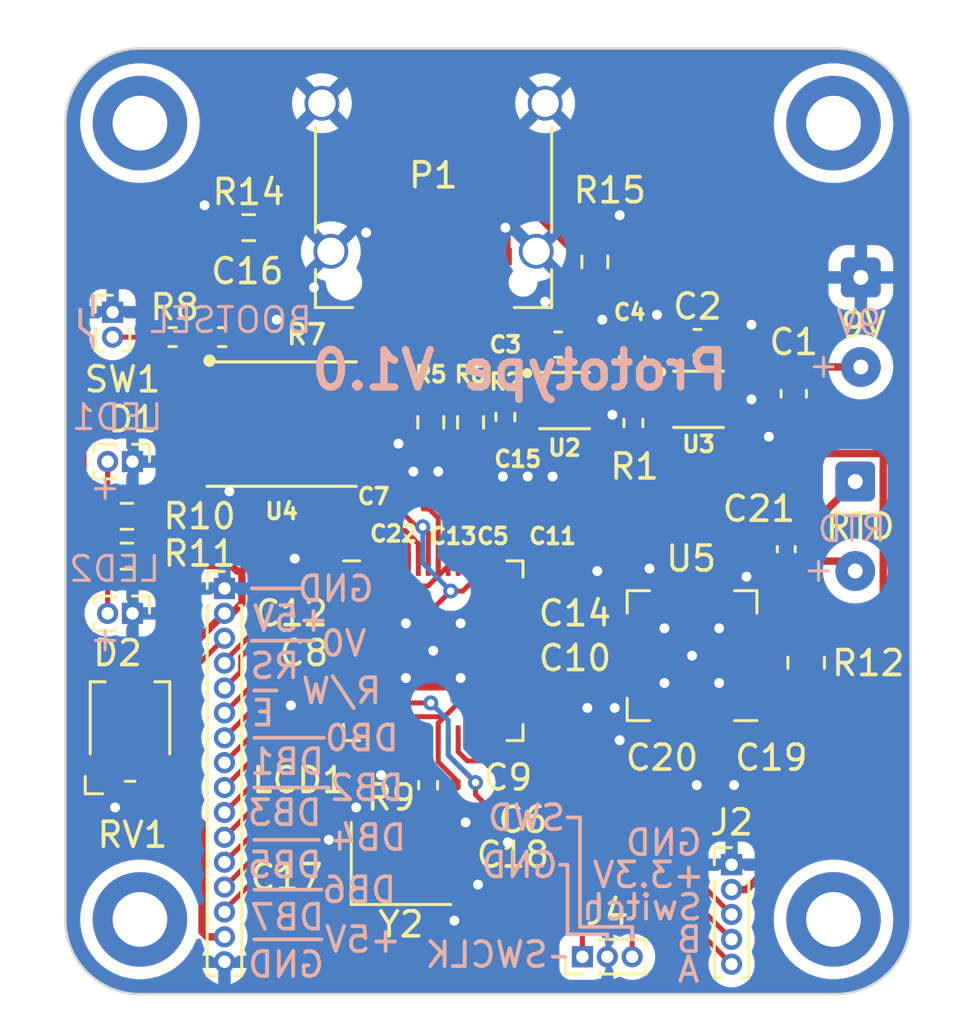
<source format=kicad_pcb>
(kicad_pcb (version 20221018) (generator pcbnew)
  (layers (0 "F.Cu" signal) (31 "B.Cu" signal) (34 "B.Paste" user) (35 "F.Paste" user) (36 "B.SilkS" user "B.Silkscreen") (37 "F.SilkS" user "F.Silkscreen") (38 "B.Mask" user) (39 "F.Mask" user) (44 "Edge.Cuts" user))
  (net 0 "")
  (net 1 "Net-(J1-Pin_2)")
  (net 2 "+3.3V")
  (net 3 "+5V")
  (net 4 "GND")
  (net 5 "Net-(D1-A)")
  (net 6 "Net-(D2-A)")
  (net 7 "Net-(U2-EN)")
  (net 8 "+1V1")
  (net 9 "QSPI_SS")
  (net 10 "Net-(R8-Pad2)")
  (net 11 "Net-(C18-Pad2)")
  (net 12 "XOUT")
  (net 13 "LED1")
  (net 14 "LED2")
  (net 15 "Net-(U5-BIAS)")
  (net 16 "Net-(U5-ISENSOR)")
  (net 17 "Switch")
  (net 18 "Out_B")
  (net 19 "Out_A")
  (net 20 "USB_DP")
  (net 21 "USB_DM")
  (net 22 "Net-(J4-Pin_1)")
  (net 23 "Net-(J4-Pin_3)")
  (net 24 "Net-(LCD1-V0)")
  (net 25 "RS")
  (net 26 "R{slash}W")
  (net 27 "E")
  (net 28 "DB0")
  (net 29 "DB1")
  (net 30 "DB2")
  (net 31 "DB3")
  (net 32 "XIN")
  (net 33 "DB4")
  (net 34 "DB5")
  (net 35 "DB6")
  (net 36 "DB7")
  (net 37 "Net-(P1-CC2)")
  (net 38 "Net-(P1-CC1)")
  (net 43 "Net-(U1-USB_DM)")
  (net 44 "Net-(U1-USB_DP)")
  (net 45 "QSPI_SD3")
  (net 46 "QSPI_SCLK")
  (net 47 "QSPI_SD0")
  (net 48 "QSPI_SD2")
  (net 49 "QSPI_SD1")
  (net 50 "RTD+")
  (net 51 "RTD-")
  (net 52 "Net-(U2-PG)")
  (net 53 "DRDY")
  (net 54 "SDI")
  (net 55 "SCLK")
  (net 57 "CS")
  (net 58 "SD0")
  (footprint "MountingHole:MountingHole_2.2mm_M2_DIN965_Pad" (layer "F.Cu") (at 117.9 76)
    (fp_text reference "H4" hide)
    (fp_text value "MountingHole")
  )
  (footprint "Capacitor_SMD:C_0603_1608Metric" (layer "F.Cu") (at 106.825 52.9)
    (fp_text reference "C3")
    (fp_text value "1µF")
  )
  (footprint "Capacitor_SMD:C_0201_0603Metric" (layer "F.Cu") (at 100.4 59.055 90)
    (fp_text reference "C7")
    (fp_text value "0.1µF")
  )
  (footprint "Resistor_SMD:R_0603_1608Metric" (layer "F.Cu") (at 101.7 56.025 -90)
    (fp_text reference "R5")
    (fp_text value "27")
  )
  (footprint "Resistor_SMD:R_0402_1005Metric" (layer "F.Cu") (at 101.5925 70.61 90)
    (fp_text reference "R9")
    (fp_text value "2k")
  )
  (footprint "Connector_PinHeader_1.00mm:PinHeader_1x05_P1.00mm_Vertical" (layer "F.Cu") (at 113.8 73.8)
    (fp_text reference "J2")
    (fp_text value "Rotary encoder")
  )
  (footprint "Capacitor_SMD:C_0201_0603Metric" (layer "F.Cu") (at 104.4 59.345 90)
    (fp_text reference "C5")
    (fp_text value "1µF")
  )
  (footprint "Capacitor_SMD:C_0603_1608Metric" (layer "F.Cu") (at 112.425 52.8)
    (fp_text reference "C2")
    (fp_text value "1µF")
  )
  (footprint "Capacitor_SMD:C_0201_0603Metric" (layer "F.Cu") (at 96.555 66.2 180)
    (fp_text reference "C8")
    (fp_text value "0.1µF")
  )
  (footprint "Capacitor_SMD:C_0201_0603Metric" (layer "F.Cu") (at 105.2 59.345 90)
    (fp_text reference "C15")
    (fp_text value "1µF")
  )
  (footprint "Resistor_SMD:R_0603_1608Metric" (layer "F.Cu") (at 89.475 61.4 180)
    (fp_text reference "R11")
    (fp_text value "330")
  )
  (footprint "Connector_PinHeader_1.00mm:PinHeader_1x02_P1.00mm_Vertical" (layer "F.Cu") (at 89.7 57.6 -90)
    (fp_text reference "D1")
    (fp_text value "LED")
  )
  (footprint "Resistor_SMD:R_0603_1608Metric" (layer "F.Cu") (at 94.375 48.2)
    (fp_text reference "R14")
    (fp_text value "5.1k")
  )
  (footprint "Resistor_SMD:R_0402_1005Metric" (layer "F.Cu") (at 93.31 52.6 180)
    (fp_text reference "R7")
    (fp_text value "10k")
  )
  (footprint "Resistor_SMD:R_0603_1608Metric" (layer "F.Cu") (at 108.3 49.575 -90)
    (fp_text reference "R15")
    (fp_text value "5.1k")
  )
  (footprint "Capacitor_SMD:C_0603_1608Metric" (layer "F.Cu") (at 116.3 54.875 -90)
    (fp_text reference "C1")
    (fp_text value "1µF")
  )
  (footprint "Capacitor_SMD:C_0201_0603Metric" (layer "F.Cu") (at 97.7 74.3 -90)
    (fp_text reference "C17")
    (fp_text value "6pF")
  )
  (footprint "Connector_Wire:SolderWire-0.1sqmm_1x02_P3.6mm_D0.4mm_OD1mm" (layer "F.Cu") (at 119 50.2 -90)
    (fp_text reference "J1" hide)
    (fp_text value "9V in")
  )
  (footprint "Package_DFN_QFN:TQFN-20-1EP_5x5mm_P0.65mm_EP3.25x3.25mm" (layer "F.Cu") (at 112.21 65.4 180)
    (fp_text reference "U5")
    (fp_text value "MAX31865xTP")
  )
  (footprint "Capacitor_SMD:C_0201_0603Metric" (layer "F.Cu") (at 112.8 69.445 -90)
    (fp_text reference "C20")
    (fp_text value "0.1µF")
  )
  (footprint "Connector_Wire:SolderWire-0.1sqmm_1x02_P3.6mm_D0.4mm_OD1mm" (layer "F.Cu") (at 118.775 58.4 -90)
    (fp_text reference "J3" hide)
    (fp_text value "RTD connector")
  )
  (footprint "Capacitor_SMD:C_0201_0603Metric" (layer "F.Cu") (at 102.3 59.3 90)
    (fp_text reference "C13")
    (fp_text value "0.1µF")
  )
  (footprint "Capacitor_SMD:C_0201_0603Metric" (layer "F.Cu") (at 101.5 59.055 90)
    (fp_text reference "C22")
    (fp_text value "0.1µF")
  )
  (footprint "Resistor_SMD:R_0402_1005Metric" (layer "F.Cu") (at 109.85 56.05 -90)
    (fp_text reference "R1")
    (fp_text value "10k")
  )
  (footprint "Extra_Footprints:SON127P610X510X80-8N430X340" (layer "F.Cu") (at 95.7 56.095 -90)
    (fp_text reference "U4")
    (fp_text value "W25Q128JVPIQ")
  )
  (footprint "Capacitor_SMD:C_0603_1608Metric" (layer "F.Cu") (at 109.8 53.525 90)
    (fp_text reference "C4")
    (fp_text value "1µF")
  )
  (footprint "Connector_PinHeader_1.00mm:PinHeader_1x16_P1.00mm_Vertical" (layer "F.Cu") (at 93.4 62.7)
    (fp_text reference "LCD1")
    (fp_text value "MC10811A6W")
  )
  (footprint "Capacitor_SMD:C_0201_0603Metric" (layer "F.Cu") (at 106 59.345 90)
    (fp_text reference "C11")
    (fp_text value "0.1µF")
  )
  (footprint "Resistor_SMD:R_0805_2012Metric" (layer "F.Cu") (at 116.8 65.6875 90)
    (fp_text reference "R12")
    (fp_text value "1.5k")
  )
  (footprint "Capacitor_SMD:C_0201_0603Metric" (layer "F.Cu") (at 107.1 66.5)
    (fp_text reference "C10")
    (fp_text value "0.1µF")
  )
  (footprint "Connector_USB:USB_C_Receptacle_Amphenol_12401610E4-2A_CircularHoles" (layer "F.Cu") (at 101.81 46.04 180)
    (fp_text reference "P1")
    (fp_text value "USB_C_Plug_USB2.0")
  )
  (footprint "Crystal:Crystal_SMD_3225-4Pin_3.2x2.5mm" (layer "F.Cu") (at 100.5 73.75)
    (fp_text reference "Y2")
    (fp_text value "Crystal_GND24")
  )
  (footprint "Connector_PinHeader_1.00mm:PinHeader_1x02_P1.00mm_Vertical" (layer "F.Cu") (at 88.9 51.6)
    (fp_text reference "SW1")
    (fp_text value "SW_DIP_x01")
  )
  (footprint "Capacitor_SMD:C_0201_0603Metric" (layer "F.Cu") (at 94.32 51)
    (fp_text reference "C16")
    (fp_text value "0.1µF")
  )
  (footprint "Capacitor_SMD:C_0201_0603Metric" (layer "F.Cu") (at 107.045 62.62)
    (fp_text reference "C14")
    (fp_text value "0.1µF")
  )
  (footprint "MountingHole:MountingHole_2.2mm_M2_DIN965_Pad" (layer "F.Cu") (at 117.9 44)
    (fp_text reference "H1" hide)
    (fp_text value "MountingHole")
  )
  (footprint "Extra_Footprints:SON65P200X200X80-7N" (layer "F.Cu") (at 107.08 55.15)
    (fp_text reference "U2")
    (fp_text value "TPS7A2633DRVR")
  )
  (footprint "Capacitor_SMD:C_0201_0603Metric" (layer "F.Cu") (at 103.2 73.245 90)
    (fp_text reference "C18")
    (fp_text value "6pF")
  )
  (footprint "Resistor_SMD:R_0603_1608Metric" (layer "F.Cu") (at 103.3 56.025 -90)
    (fp_text reference "R6")
    (fp_text value "27")
  )
  (footprint "MountingHole:MountingHole_2.2mm_M2_DIN965_Pad" (layer "F.Cu") (at 90 76)
    (fp_text reference "H2" hide)
    (fp_text value "MountingHole")
  )
  (footprint "Resistor_SMD:R_0402_1005Metric" (layer "F.Cu") (at 91.31 52.6 180)
    (fp_text reference "R8")
    (fp_text value "1k")
  )
  (footprint "Capacitor_SMD:C_0201_0603Metric" (layer "F.Cu") (at 104 71.8 -90)
    (fp_text reference "C6")
    (fp_text value "0.1µF")
  )
  (footprint "Connector_PinHeader_1.00mm:PinHeader_1x03_P1.00mm_Vertical" (layer "F.Cu") (at 107.8 77.5 90)
    (fp_text reference "J4")
    (fp_text value "Debug")
  )
  (footprint "Extra_Footprints:SON65P200X200X80-7N" (layer "F.Cu") (at 112.47 55.1)
    (fp_text reference "U3")
    (fp_text value "TPS7A2650DRVR")
  )
  (footprint "MountingHole:MountingHole_2.2mm_M2_DIN965_Pad" (layer "F.Cu") (at 90 44)
    (fp_text reference "H3" hide)
    (fp_text value "MountingHole")
  )
  (footprint "Capacitor_SMD:C_0201_0603Metric" (layer "F.Cu") (at 102.7 70.9 -90)
    (fp_text reference "C9")
    (fp_text value "0.1µF")
  )
  (footprint "Capacitor_SMD:C_0402_1005Metric" (layer "F.Cu") (at 116 61.12 90)
    (fp_text reference "C21")
    (fp_text value "10nF")
  )
  (footprint "Potentiometer_SMD:Potentiometer_Bourns_TC33X_Vertical" (layer "F.Cu") (at 89.6 68.35 90)
    (fp_text reference "RV1")
    (fp_text value "20k")
  )
  (footprint "Connector_PinHeader_1.00mm:PinHeader_1x02_P1.00mm_Vertical" (layer "F.Cu") (at 89.7 63.7 -90)
    (fp_text reference "D2")
    (fp_text value "LED")
  )
  (footprint "Resistor_SMD:R_0603_1608Metric" (layer "F.Cu") (at 89.475 59.8 180)
    (fp_text reference "R10")
    (fp_text value "330")
  )
  (footprint "Resistor_SMD:R_0402_1005Metric" (layer "F.Cu") (at 104.7 55.81 -90)
    (fp_text reference "R2")
    (fp_text value "10k")
  )
  (footprint "Capacitor_SMD:C_0201_0603Metric" (layer "F.Cu") (at 113.6 69.445 -90)
    (fp_text reference "C19")
    (fp_text value "0.1µF")
  )
  (footprint "Package_DFN_QFN:QFN-56-1EP_7x7mm_P0.4mm_EP3.2x3.2mm" (layer "F.Cu") (at 101.8 65.2)
    (fp_text reference "U1" hide)
    (fp_text value "RP2040")
  )
  (footprint "Capacitor_SMD:C_0201_0603Metric" (layer "F.Cu") (at 96.555 62.6 180)
    (fp_text reference "C12")
    (fp_text value "0.1µF")
  )
  (gr_line (start 94.6 68.7) (end 97.4 68.7) (stroke (width 0.15)) (layer "B.SilkS"))
  (gr_line (start 94.6 66.8) (end 95.5 66.8) (stroke (width 0.15)) (layer "B.SilkS"))
  (gr_line (start 94.6 74.8) (end 97.3 74.8) (stroke (width 0.15)) (layer "B.SilkS"))
  (gr_line (start 94.6 76.8) (end 97.3 76.8) (stroke (width 0.15)) (layer "B.SilkS"))
  (gr_line (start 94.6 72.8) (end 97.2 72.8) (stroke (width 0.15)) (layer "B.SilkS"))
  (gr_line (start 107.7 76.3) (end 107.7 71.9) (stroke (width 0.15)) (layer "B.SilkS"))
  (gr_line (start 109.8 76.8) (end 109.8 76.3) (stroke (width 0.15)) (layer "B.SilkS"))
  (gr_line (start 107.7 71.9) (end 107.2 71.9) (stroke (width 0.15)) (layer "B.SilkS"))
  (gr_line (start 107.2 73.8) (end 107.2 74) (stroke (width 0.15)) (layer "B.SilkS"))
  (gr_line (start 108.8 76.8) (end 108.8 76.6) (stroke (width 0.15)) (layer "B.SilkS"))
  (gr_line (start 108.8 76.6) (end 107.2 76.6) (stroke (width 0.15)) (layer "B.SilkS"))
  (gr_line (start 109.8 76.3) (end 107.7 76.3) (stroke (width 0.15)) (layer "B.SilkS"))
  (gr_line (start 94.5 62.7) (end 96.4 62.7) (stroke (width 0.15)) (layer "B.SilkS"))
  (gr_line (start 94.6 70.7) (end 97.6 70.7) (stroke (width 0.15)) (layer "B.SilkS"))
  (gr_line (start 88.1 52.6) (end 87.6 52.2) (stroke (width 0.15)) (layer "B.SilkS"))
  (gr_line (start 94.5 64.8) (end 97 64.8) (stroke (width 0.15)) (layer "B.SilkS"))
  (gr_line (start 88.1 53) (end 88.1 52.6) (stroke (width 0.15)) (layer "B.SilkS"))
  (gr_line (start 107.1 77.5) (end 106.6 77.5) (stroke (width 0.15)) (layer "B.SilkS"))
  (gr_line (start 87.6 52.2) (end 87.6 51.5) (stroke (width 0.15)) (layer "B.SilkS"))
  (gr_line (start 106.9 73.8) (end 107.2 73.8) (stroke (width 0.15)) (layer "B.SilkS"))
  (gr_line (start 88.1 51.7) (end 88.1 50.9) (stroke (width 0.15)) (layer "B.SilkS"))
  (gr_line (start 107.2 76.6) (end 107.2 74) (stroke (width 0.15)) (layer "B.SilkS"))
  (gr_line (start 121 44) (end 121 76) (stroke (width 0.1)) (layer "Edge.Cuts"))
  (gr_line (start 87 76) (end 87 44) (stroke (width 0.1)) (layer "Edge.Cuts"))
  (gr_line (start 90 41) (end 118 41) (stroke (width 0.1)) (layer "Edge.Cuts"))
  (gr_arc (start 118 41) (mid 120.12132 41.87868) (end 121 44) (stroke (width 0.1)) (layer "Edge.Cuts"))
  (gr_arc (start 90 79) (mid 87.87868 78.12132) (end 87 76) (stroke (width 0.1)) (layer "Edge.Cuts"))
  (gr_arc (start 87 44) (mid 87.87868 41.87868) (end 90 41) (stroke (width 0.1)) (layer "Edge.Cuts"))
  (gr_line (start 118 79) (end 90 79) (stroke (width 0.1)) (layer "Edge.Cuts"))
  (gr_arc (start 121 76) (mid 120.12132 78.12132) (end 118 79) (stroke (width 0.1)) (layer "Edge.Cuts"))
  (gr_text "RTD" (at 120.1 60.9) (layer "B.SilkS") (effects (font (size 1 1) (thickness 0.125)) (justify left bottom mirror)))
  (gr_text "Switch" (at 112.7 76.1) (layer "B.SilkS") (effects (font (size 1 1) (thickness 0.153)) (justify left bottom mirror)))
  (gr_text "9V" (at 119.9 52.6) (layer "B.SilkS") (effects (font (size 1 1) (thickness 0.125)) (justify left bottom mirror)))
  (gr_text "+5V" (at 100.6 77.4) (layer "B.SilkS") (effects (font (size 1 1) (thickness 0.153)) (justify left bottom mirror)))
  (gr_text "Prototype V1.0" (at 113.8 54.8) (layer "B.SilkS") (effects (font (size 1.5 1.5) (thickness 0.3) bold) (justify left bottom mirror)))
  (gr_text "DB4" (at 100.8 73.3) (layer "B.SilkS") (effects (font (size 1 1) (thickness 0.153)) (justify left bottom mirror)))
  (gr_text "+3.3V" (at 112.8 74.8) (layer "B.SilkS") (effects (font (size 1 1) (thickness 0.153)) (justify left bottom mirror)))
  (gr_text "DB6" (at 100.4 75.4) (layer "B.SilkS") (effects (font (size 1 1) (thickness 0.153)) (justify left bottom mirror)))
  (gr_text "+" (at 118 62.5) (layer "B.SilkS") (effects (font (size 1 1) (thickness 0.125)) (justify left bottom mirror)))
  (gr_text "B" (at 112.7 77.4) (layer "B.SilkS") (effects (font (size 1 1) (thickness 0.153)) (justify left bottom mirror)))
  (gr_text "DB0" (at 100.5 69.3) (layer "B.SilkS") (effects (font (size 1 1) (thickness 0.153)) (justify left bottom mirror)))
  (gr_text "GND" (at 99.5 63.3) (layer "B.SilkS") (effects (font (size 1 1) (thickness 0.153)) (justify left bottom mirror)))
  (gr_text "+" (at 89.3 65.3) (layer "B.SilkS") (effects (font (size 1 1) (thickness 0.125)) (justify left bottom mirror)))
  (gr_text "DB3" (at 97.4 72.3) (layer "B.SilkS") (effects (font (size 1 1) (thickness 0.153)) (justify left bottom mirror)))
  (gr_text "DB2" (at 100.7 71.3) (layer "B.SilkS") (effects (font (size 1 1) (thickness 0.153)) (justify left bottom mirror)))
  (gr_text "DB1" (at 97.5 70.25) (layer "B.SilkS") (effects (font (size 1 1) (thickness 0.153)) (justify left bottom mirror)))
  (gr_text "GND" (at 106.9 74.4) (layer "B.SilkS") (effects (font (size 1 1) (thickness 0.153)) (justify left bottom mirror)))
  (gr_text "+" (at 118.2 54.3) (layer "B.SilkS") (effects (font (size 1 1) (thickness 0.125)) (justify left bottom mirror)))
  (gr_text "R/W" (at 99.8 67.4) (layer "B.SilkS") (effects (font (size 1 1) (thickness 0.153)) (justify left bottom mirror)))
  (gr_text "SWD" (at 107.2 72.5) (layer "B.SilkS") (effects (font (size 1 1) (thickness 0.153)) (justify left bottom mirror)))
  (gr_text "LED2" (at 90.9 62.5) (layer "B.SilkS") (effects (font (size 1 1) (thickness 0.125)) (justify left bottom mirror)))
  (gr_text "GND" (at 97.5 78.4) (layer "B.SilkS") (effects (font (size 1 1) (thickness 0.153)) (justify left bottom mirror)))
  (gr_text "+" (at 89.3 59.2) (layer "B.SilkS") (effects (font (size 1 1) (thickness 0.125)) (justify left bottom mirror)))
  (gr_text "SWCLK" (at 106.5 78) (layer "B.SilkS") (effects (font (size 1 1) (thickness 0.153)) (justify left bottom mirror)))
  (gr_text "LED1" (at 91 56.4) (layer "B.SilkS") (effects (font (size 1 1) (thickness 0.125)) (justify left bottom mirror)))
  (gr_text "V0" (at 99.2 65.5) (layer "B.SilkS") (effects (font (size 1 1) (thickness 0.153)) (justify left bottom mirror)))
  (gr_text "A" (at 112.6 78.6) (layer "B.SilkS") (effects (font (size 1 1) (thickness 0.153)) (justify left bottom mirror)))
  (gr_text "BOOTSEL" (at 97 52.5) (layer "B.SilkS") (effects (font (size 1 1) (thickness 0.125)) (justify left bottom mirror)))
  (gr_text "RS" (at 96.5 66.4) (layer "B.SilkS") (effects (font (size 1 1) (thickness 0.153)) (justify left bottom mirror)))
  (gr_text "GND" (at 112.7 73.5) (layer "B.SilkS") (effects (font (size 1 1) (thickness 0.153)) (justify left bottom mirror)))
  (gr_text "E" (at 95.5 68.3) (layer "B.SilkS") (effects (font (size 1 1) (thickness 0.153)) (justify left bottom mirror)))
  (gr_text "DB7" (at 97.5 76.5) (layer "B.SilkS") (effects (font (size 1 1) (thickness 0.153)) (justify left bottom mirror)))
  (gr_text "DB5" (at 97.4 74.4) (layer "B.SilkS") (effects (font (size 1 1) (thickness 0.153)) (justify left bottom mirror)))
  (gr_text "+5V" (at 97.7 64.5) (layer "B.SilkS") (effects (font (size 1 1) (thickness 0.153)) (justify left bottom mirror)))
  (gr_text "9V" (at 118.1 52.7) (layer "F.SilkS") (effects (font (size 1 1)) (justify left bottom)))
  (gr_text "RTD" (at 117.5 60.8) (layer "F.SilkS") (effects (font (size 1 1)) (justify left bottom)))
  (segment (start 115.3 55.357423) (end 115.3 54.1) (width 0.3) (layer "F.Cu") (net 1))
  (segment (start 116.3 54.1) (end 115.3 54.1) (width 0.3) (layer "F.Cu") (net 1))
  (segment (start 113.517 55.777) (end 114.880423 55.777) (width 0.3) (layer "F.Cu") (net 1))
  (segment (start 114.880423 55.777) (end 115.3 55.357423) (width 0.3) (layer "F.Cu") (net 1))
  (segment (start 115.3 54.1) (end 113.84 54.1) (width 0.3) (layer "F.Cu") (net 1))
  (segment (start 119 53.8) (end 116.6 53.8) (width 0.3) (layer "F.Cu") (net 1))
  (segment (start 116.6 53.8) (end 116.3 54.1) (width 0.3) (layer "F.Cu") (net 1))
  (segment (start 113.84 54.1) (end 113.49 54.45) (width 0.3) (layer "F.Cu") (net 1))
  (segment (start 99.2 67.1) (end 99.2 66.2) (width 0.2) (layer "F.Cu") (net 2))
  (segment (start 96.9 60.727) (end 91.989448 60.727) (width 0.2) (layer "F.Cu") (net 2))
  (segment (start 104 67.1) (end 103.9 67.2) (width 0.2) (layer "F.Cu") (net 2))
  (segment (start 99.5 62.6) (end 101.591737 62.6) (width 0.2) (layer "F.Cu") (net 2))
  (segment (start 102.4 59.72) (end 102.3 59.62) (width 0.2) (layer "F.Cu") (net 2))
  (segment (start 98.3625 66.2) (end 98.894975 66.2) (width 0.2) (layer "F.Cu") (net 2))
  (segment (start 104.4 61.265) (end 104.4 61.7625) (width 0.2) (layer "F.Cu") (net 2))
  (segment (start 114.1 67.8375) (end 113.51 67.8375) (width 0.3) (layer "F.Cu") (net 2))
  (segment (start 106.718 59.665) (end 106 59.665) (width 0.3) (layer "F.Cu") (net 2))
  (segment (start 93.82 52.6) (end 93.82 51.8) (width 0.3) (layer "F.Cu") (net 2))
  (segment (start 102 68.105025) (end 102 68.6375) (width 0.2) (layer "F.Cu") (net 2))
  (segment (start 104 62.9) (end 104 61.7625) (width 0.2) (layer "F.Cu") (net 2))
  (segment (start 104.4 62.5) (end 104 62.9) (width 0.2) (layer "F.Cu") (net 2))
  (segment (start 106.06 54.5) (end 105.415 54.5) (width 0.3) (layer "F.Cu") (net 2))
  (segment (start 102.7 70.375555) (end 102.7 70.58) (width 0.2) (layer "F.Cu") (net 2))
  (segment (start 114.40104 74.8) (end 117.2625 71.93854) (width 0.3) (layer "F.Cu") (net 2))
  (segment (start 105.5 54.5) (end 106.06 54.5) (width 0.3) (layer "F.Cu") (net 2))
  (segment (start 115.7 67.8375) (end 114.1 67.8375) (width 0.3) (layer "F.Cu") (net 2))
  (segment (start 96.875 62.547552) (end 96.9 62.522552) (width 0.2) (layer "F.Cu") (net 2))
  (segment (start 105.415 54.5) (end 104.103 55.812) (width 0.3) (layer "F.Cu") (net 2))
  (segment (start 104.103 56.703) (end 104.9 57.5) (width 0.3) (layer "F.Cu") (net 2))
  (segment (start 96.9 62.522552) (end 96.9 60.727) (width 0.2) (layer "F.Cu") (net 2))
  (segment (start 102.252513 67.852513) (end 99.952513 67.852513) (width 0.2) (layer "F.Cu") (net 2))
  (segment (start 106.05 52.9) (end 106.05 54.49) (width 0.3) (layer "F.Cu") (net 2))
  (segment (start 108.223 57.277) (end 108 57.5) (width 0.3) (layer "F.Cu") (net 2))
  (segment (start 105.2375 62.6) (end 104.5 62.6) (width 0.2) (layer "F.Cu") (net 2))
  (segment (start 117.2625 67.8375) (end 119.902 65.198) (width 0.3) (layer "F.Cu") (net 2))
  (segment (start 91.019 53.663055) (end 91.323 53.359055) (width 0.2) (layer "F.Cu") (net 2))
  (segment (start 96.875 66.2) (end 98.3625 66.2) (width 0.2) (layer "F.Cu") (net 2))
  (segment (start 106.05 54.49) (end 106.06 54.5) (width 0.3) (layer "F.Cu") (net 2))
  (segment (start 113.8 74.8) (end 114.40104 74.8) (width 0.3) (layer "F.Cu") (net 2))
  (segment (start 103.9 67.2) (end 102.905025 67.2) (width 0.2) (layer "F.Cu") (net 2))
  (segment (start 104 61.7625) (end 104 60.865) (width 0.2) (layer "F.Cu") (net 2))
  (segment (start 106.78 66.5) (end 106.6 66.5) (width 0.2) (layer "F.Cu") (net 2))
  (segment (start 97.3 52.6) (end 93.82 52.6) (width 0.3) (layer "F.Cu") (net 2))
  (segment (start 94 51.62) (end 93.82 51.8) (width 0.3) (layer "F.Cu") (net 2))
  (segment (start 106.725 62.62) (end 105.2575 62.62) (width 0.2) (layer "F.Cu") (net 2))
  (segment (start 113.51 69.035) (end 113.6 69.125) (width 0.2) (layer "F.Cu") (net 2))
  (segment (start 102.252513 67.852513) (end 102 68.105025) (width 0.2) (layer "F.Cu") (net 2))
  (segment (start 98.894975 66.2) (end 99.2 66.2) (width 0.2) (layer "F.Cu") (net 2))
  (segment (start 119.902 57.277) (end 108.223 57.277) (width 0.3) (layer "F.Cu") (net 2))
  (segment (start 94 51) (end 94 51.62) (width 0.3) (layer "F.Cu") (net 2))
  (segment (start 102 59.875) (end 102 61.7625) (width 0.2) (layer "F.Cu") (net 2))
  (segment (start 119.902 65.198) (end 119.902 57.277) (width 0.3) (layer "F.Cu") (net 2))
  (segment (start 102 62.191737) (end 102 61.7625) (width 0.2) (layer "F.Cu") (net 2))
  (segment (start 106.6 66.5) (end 106.3 66.2) (width 0.2) (layer "F.Cu") (net 2))
  (segment (start 104 66.2) (end 104 67.1) (width 0.2) (layer "F.Cu") (net 2))
  (segment (start 99.2 62.9) (end 99.5 62.6) (width 0.2) (layer "F.Cu") (net 2))
  (segment (start 91.323 53.359055) (end 91.323 52.265055) (width 0.2) (layer "F.Cu") (net 2))
  (segment (start 108 58.383) (end 106.8915 59.4915) (width 0.3) (layer "F.Cu") (net 2))
  (segment (start 99.2 66.2) (end 99.2 62.9) (width 0.2) (layer "F.Cu") (net 2))
  (segment (start 108 58.383) (end 108 57.5) (width 0.3) (layer "F.Cu") (net 2))
  (segment (start 91.989448 60.727) (end 91.019 59.756552) (width 0.2) (layer "F.Cu") (net 2))
  (segment (start 106 59.665) (end 104.4 61.265) (width 0.2) (layer "F.Cu") (net 2))
  (segment (start 91.019 59.756552) (end 91.019 53.663055) (width 0.2) (layer "F.Cu") (net 2))
  (segment (start 106.8915 59.4915) (end 106.718 59.665) (width 0.3) (layer "F.Cu") (net 2))
  (segment (start 106.725 59.658) (end 106.725 62.62) (width 0.3) (layer "F.Cu") (net 2))
  (segment (start 101.5 59.375) (end 102 59.875) (width 0.2) (layer "F.Cu") (net 2))
  (segment (start 106.8915 59.4915) (end 106.725 59.658) (width 0.3) (layer "F.Cu") (net 2))
  (segment (start 117.2625 71.93854) (end 117.2625 67.8375) (width 0.3) (layer "F.Cu") (net 2))
  (segment (start 104 60.865) (end 105.2 59.665) (width 0.2) (layer "F.Cu") (net 2))
  (segment (start 104 65.494975) (end 104 66.2) (width 0.2) (layer "F.Cu") (net 2))
  (segment (start 114.1 67.8375) (end 112.86 67.8375) (width 0.3) (layer "F.Cu") (net 2))
  (segment (start 105.2575 62.62) (end 105.2375 62.6) (width 0.2) (layer "F.Cu") (net 2))
  (segment (start 102.4 61.7625) (end 102.4 61.791737) (width 0.2) (layer "F.Cu") (net 2))
  (segment (start 105.2375 66.2) (end 104 66.2) (width 0.2) (layer "F.Cu") (net 2))
  (segment (start 117.2625 67.8375) (end 115.7 67.8375) (width 0.3) (layer "F.Cu") (net 2))
  (segment (start 102.4 61.791737) (end 102 62.191737) (width 0.2) (layer "F.Cu") (net 2))
  (segment (start 112.86 69.065) (end 112.8 69.125) (width 0.2) (layer "F.Cu") (net 2))
  (segment (start 102.4 61.7625) (end 102.4 59.72) (width 0.2) (layer "F.Cu") (net 2))
  (segment (start 104 62.9) (end 104 65.494975) (width 0.2) (layer "F.Cu") (net 2))
  (segment (start 104.5 62.6) (end 104.4 62.5) (width 0.2) (layer "F.Cu") (net 2))
  (segment (start 101.591737 62.6) (end 102 62.191737) (width 0.2) (layer "F.Cu") (net 2))
  (segment (start 92.588055 51) (end 94 51) (width 0.2) (layer "F.Cu") (net 2))
  (segment (start 104.7 55.3) (end 105.5 54.5) (width 0.3) (layer "F.Cu") (net 2))
  (segment (start 98.5 54.19) (end 98.5 53.8) (width 0.3) (layer "F.Cu") (net 2))
  (segment (start 102 69.675555) (end 102.7 70.375555) (width 0.2) (layer "F.Cu") (net 2))
  (segment (start 104.4 61.7625) (end 104.4 62.5) (width 0.2) (layer "F.Cu") (net 2))
  (segment (start 113.51 67.8375) (end 113.51 69.035) (width 0.2) (layer "F.Cu") (net 2))
  (segment (start 102 68.6375) (end 102 69.675555) (width 0.2) (layer "F.Cu") (net 2))
  (segment (start 99.952513 67.852513) (end 99.2 67.1) (width 0.2) (layer "F.Cu") (net 2))
  (segment (start 96.875 62.6) (end 96.875 62.547552) (width 0.2) (layer "F.Cu") (net 2))
  (segment (start 91.323 52.265055) (end 92.588055 51) (width 0.2) (layer "F.Cu") (net 2))
  (segment (start 98.3625 62.6) (end 99.5 62.6) (width 0.2) (layer "F.Cu") (net 2))
  (segment (start 102.905025 67.2) (end 102.252513 67.852513) (width 0.2) (layer "F.Cu") (net 2))
  (segment (start 112.86 67.8375) (end 112.86 69.065) (width 0.2) (layer "F.Cu") (net 2))
  (segment (start 106.3 66.2) (end 105.2375 66.2) (width 0.2) (layer "F.Cu") (net 2))
  (segment (start 96.875 62.6) (end 98.3625 62.6) (width 0.2) (layer "F.Cu") (net 2))
  (segment (start 98.5 53.8) (end 97.3 52.6) (width 0.3) (layer "F.Cu") (net 2))
  (segment (start 104.103 55.812) (end 104.103 56.703) (width 0.3) (layer "F.Cu") (net 2))
  (segment (start 104.9 57.5) (end 108 57.5) (width 0.3) (layer "F.Cu") (net 2))
  (segment (start 109.557423 49.5) (end 107.8 49.5) (width 0.3) (layer "F.Cu") (net 3))
  (segment (start 93.7 63.7) (end 93.4 63.7) (width 0.3) (layer "F.Cu") (net 3))
  (segment (start 88.423 65.5) (end 91.6 65.5) (width 0.3) (layer "F.Cu") (net 3))
  (segment (start 105.823 47.523) (end 104.377 47.523) (width 0.3) (layer "F.Cu") (net 3))
  (segment (start 103.06 51.06) (end 103.06 50.164) (width 0.3) (layer "F.Cu") (net 3))
  (segment (start 111.65 52.8) (end 111.65 51.592577) (width 0.3) (layer "F.Cu") (net 3))
  (segment (start 111.45 54.45) (end 111.45 53) (width 0.3) (layer "F.Cu") (net 3))
  (segment (start 111.65 51.592577) (end 109.557423 49.5) (width 0.3) (layer "F.Cu") (net 3))
  (segment (start 100.56 50.36) (end 100.81 50.11) (width 0.3) (layer "F.Cu") (net 3))
  (segment (start 111.45 53) (end 111.65 52.8) (width 0.3) (layer "F.Cu") (net 3))
  (segment (start 100.56 51.614) (end 100.56 51.06) (width 0.3) (layer "F.Cu") (net 3))
  (segment (start 93.4 76.7) (end 92.7 76.7) (width 0.3) (layer "F.Cu") (net 3))
  (segment (start 109.95 54.45) (end 109.8 54.3) (width 0.3) (layer "F.Cu") (net 3))
  (segment (start 108.1 54.5) (end 109.6 54.5) (width 0.3) (layer "F.Cu") (net 3))
  (segment (start 109.6 54.5) (end 109.8 54.3) (width 0.3) (layer "F.Cu") (net 3))
  (segment (start 100.81 50.11) (end 100.81 49.36) (width 0.3) (layer "F.Cu") (net 3))
  (segment (start 87.7 50.6) (end 88.477 49.823) (width 0.3) (layer "F.Cu") (net 3))
  (segment (start 94.102 61.998) (end 94.102 63.298) (width 0.3) (layer "F.Cu") (net 3))
  (segment (start 103.006 50.11) (end 103.06 50.164) (width 0.3) (layer "F.Cu") (net 3))
  (segment (start 87.7 59.99958) (end 87.7 50.6) (width 0.3) (layer "F.Cu") (net 3))
  (segment (start 93.902 61.998) (end 94.102 61.998) (width 0.3) (layer "F.Cu") (net 3))
  (segment (start 109.85 54.35) (end 109.8 54.3) (width 0.3) (layer "F.Cu") (net 3))
  (segment (start 89.327 60.83142) (end 89.04758 60.552) (width 0.3) (layer "F.Cu") (net 3))
  (segment (start 107.8 49.5) (end 105.823 47.523) (width 0.3) (layer "F.Cu") (net 3))
  (segment (start 88.423 68.073) (end 88.423 65.5) (width 0.3) (layer "F.Cu") (net 3))
  (segment (start 100.56 51.06) (end 100.56 50.36) (width 0.3) (layer "F.Cu") (net 3))
  (segment (start 103.06 50.164) (end 103.31 49.914) (width 0.3) (layer "F.Cu") (net 3))
  (segment (start 88.25242 60.552) (end 87.7 59.99958) (width 0.3) (layer "F.Cu") (net 3))
  (segment (start 93.902 61.998) (end 93.681 61.777) (width 0.3) (layer "F.Cu") (net 3))
  (segment (start 103.31 49.914) (end 103.31 49.36) (width 0.3) (layer "F.Cu") (net 3))
  (segment (start 89.90242 62.152) (end 89.327 61.57658) (width 0.3) (layer "F.Cu") (net 3))
  (segment (start 109.85 55.54) (end 109.85 54.35) (width 0.3) (layer "F.Cu") (net 3))
  (segment (start 92.498 72.148) (end 88.423 68.073) (width 0.3) (layer "F.Cu") (net 3))
  (segment (start 93.681 61.777) (end 91.07258 61.777) (width 0.3) (layer "F.Cu") (net 3))
  (segment (start 88.477 49.823) (end 94.623 49.823) (width 0.3) (layer "F.Cu") (net 3))
  (segment (start 92.7 76.7) (end 92.498 76.498) (width 0.3) (layer "F.Cu") (net 3))
  (segment (start 89.04758 60.552) (end 88.25242 60.552) (width 0.3) (layer "F.Cu") (net 3))
  (segment (start 90.69758 62.152) (end 89.90242 62.152) (width 0.3) (layer "F.Cu") (net 3))
  (segment (start 94.102 63.298) (end 93.7 63.7) (width 0.3) (layer "F.Cu") (net 3))
  (segment (start 91.07258 61.777) (end 90.69758 62.152) (width 0.3) (layer "F.Cu") (net 3))
  (segment (start 91.6 65.5) (end 93.4 63.7) (width 0.3) (layer "F.Cu") (net 3))
  (segment (start 94.623 49.823) (end 96.5 51.7) (width 0.3) (layer "F.Cu") (net 3))
  (segment (start 103.31 48.59) (end 103.31 49.36) (width 0.3) (layer "F.Cu") (net 3))
  (segment (start 100.474 51.7) (end 100.56 51.614) (width 0.3) (layer "F.Cu") (net 3))
  (segment (start 89.327 61.57658) (end 89.327 60.83142) (width 0.3) (layer "F.Cu") (net 3))
  (segment (start 100.81 50.11) (end 103.006 50.11) (width 0.3) (layer "F.Cu") (net 3))
  (segment (start 104.377 47.523) (end 103.31 48.59) (width 0.3) (layer "F.Cu") (net 3))
  (segment (start 111.45 54.45) (end 109.95 54.45) (width 0.3) (layer "F.Cu") (net 3))
  (segment (start 92.498 76.498) (end 92.498 72.148) (width 0.3) (layer "F.Cu") (net 3))
  (segment (start 96.5 51.7) (end 100.474 51.7) (width 0.3) (layer "F.Cu") (net 3))
  (segment (start 99.06 51.06) (end 98.797 51.323) (width 0.2) (layer "F.Cu") (net 4))
  (segment (start 97.7 72.9) (end 97.7 73.98) (width 0.2) (layer "F.Cu") (net 4))
  (segment (start 88.6 70.25) (end 88.5 70.15) (width 0.2) (layer "F.Cu") (net 4))
  (segment (start 97.6 72.8) (end 97.7 72.9) (width 0.2) (layer "F.Cu") (net 4))
  (segment (start 113.664 62.9625) (end 114.4 62.2265) (width 0.2) (layer "F.Cu") (net 4))
  (segment (start 109.9475 68.8) (end 110.91 67.8375) (width 0.2) (layer "F.Cu") (net 4))
  (segment (start 96.235 61.5085) (end 96.2265 61.5) (width 0.2) (layer "F.Cu") (net 4))
  (segment (start 107.42 66.92) (end 108 67.5) (width 0.2) (layer "F.Cu") (net 4))
  (segment (start 96.235 62.6) (end 96.235 61.5085) (width 0.2) (layer "F.Cu") (net 4))
  (segment (start 98.797 51.323) (end 97.723 51.323) (width 0.2) (layer "F.Cu") (net 4))
  (segment (start 112.8 70.2) (end 112.4 70.6) (width 0.2) (layer "F.Cu") (net 4))
  (segment (start 112.8 69.765) (end 112.8 70.2) (width 0.2) (layer "F.Cu") (net 4))
  (segment (start 106 59.025) (end 106 58.8) (width 0.3) (layer "F.Cu") (net 4))
  (segment (start 100.8 69.107527) (end 99.707527 70.2) (width 0.2) (layer "F.Cu") (net 4))
  (segment (start 88.6 71.1) (end 88.6 70.25) (width 0.2) (layer "F.Cu") (net 4))
  (segment (start 104.81 49.36) (end 104.81 48.31) (width 0.2) (layer "F.Cu") (net 4))
  (segment (start 102.7 71.7) (end 103.1 72.1) (width 0.2) (layer "F.Cu") (net 4))
  (segment (start 99.4 72.2) (end 98.7 71.5) (width 0.3) (layer "F.Cu") (net 4))
  (segment (start 109.2 67.2) (end 109.1 67.3) (width 0.2) (layer "F.Cu") (net 4))
  (segment (start 97.723 51.323) (end 97 50.6) (width 0.2) (layer "F.Cu") (net 4))
  (segment (start 108.3 48.75) (end 108.3 48.7) (width 0.2) (layer "F.Cu") (net 4))
  (segment (start 96.235 67.2385) (end 96.235 66.2) (width 0.2) (layer "F.Cu") (net 4))
  (segment (start 103.2 74.2) (end 103.6 74.6) (width 0.2) (layer "F.Cu") (net 4))
  (segment (start 104.02 72.12) (end 104.8 72.9) (width 0.2) (layer "F.Cu") (net 4))
  (segment (start 93.6 58.8) (end 93.6 58.7) (width 0.2) (layer "F.Cu") (net 4))
  (segment (start 108.3 48.7) (end 109.3 47.7) (width 0.2) (layer "F.Cu") (net 4))
  (segment (start 99.31 48.61) (end 99.1 48.4) (width 0.2) (layer "F.Cu") (net 4))
  (segment (start 93.5 48.2) (end 92.6 47.3) (width 0.2) (layer "F.Cu") (net 4))
  (segment (start 107.6 52.9) (end 108.6 51.9) (width 0.2) (layer "F.Cu") (net 4))
  (segment (start 113.2 52.8) (end 113.9 52.8) (width 0.2) (layer "F.Cu") (net 4))
  (segment (start 109.3 68.8) (end 109.9475 68.8) (width 0.2) (layer "F.Cu") (net 4))
  (segment (start 102.7 71.22) (end 102.7 71.7) (width 0.2) (layer "F.Cu") (net 4))
  (segment (start 89 71.5) (end 88.6 71.1) (width 0.2) (layer "F.Cu") (net 4))
  (segment (start 102.3 58.98) (end 102.3 58.3) (width 0.2) (layer "F.Cu") (net 4))
  (segment (start 99.707527 70.2) (end 99.7 70.2) (width 0.2) (layer "F.Cu") (net 4))
  (segment (start 100.4 56.880055) (end 100.400079 56.879976) (width 0.2) (layer "F.Cu") (net 4))
  (segment (start 110.91 62.9625) (end 110.91 62.31) (width 0.2) (layer "F.Cu") (net 4))
  (segment (start 104.81 48.31) (end 104.7 48.2) (width 0.2) (layer "F.Cu") (net 4))
  (segment (start 104.4 59.025) (end 104.4 58.4) (width 0.3) (layer "F.Cu") (net 4))
  (segment (start 104 72.12) (end 104.02 72.12) (width 0.2) (layer "F.Cu") (net 4))
  (segment (start 100.8 68.6375) (end 100.8 69.107527) (width 0.2) (layer "F.Cu") (net 4))
  (segment (start 102.65 76.05) (end 101.6 75) (width 0.3) (layer "F.Cu") (net 4))
  (segment (start 100.4 58.735) (end 100.4 56.880055) (width 0.2) (layer "F.Cu") (net 4))
  (segment (start 113.6 70.3) (end 113.6 69.765) (width 0.2) (layer "F.Cu") (net 4))
  (segment (start 110.91 62.31) (end 110.5 61.9) (width 0.2) (layer "F.Cu") (net 4))
  (segment (start 101.6 75) (end 101.6 74.6) (width 0.3) (layer "F.Cu") (net 4))
  (segment (start 105.2 58.6) (end 105.6 58.2) (width 0.3) (layer "F.Cu") (net 4))
  (segment (start 104.4 58.4) (end 104.6 58.2) (width 0.3) (layer "F.Cu") (net 4))
  (segment (start 94.64 51) (end 94.64 51.04) (width 0.2) (layer "F.Cu") (net 4))
  (segment (start 108.434844 55.15) (end 109.005046 55.720202) (width 0.2) (layer "F.Cu") (net 4))
  (segment (start 116.25 55.65) (end 115.3 56.6) (width 0.2) (layer "F.Cu") (net 4))
  (segment (start 99.4 72.9) (end 99.4 72.2) (width 0.3) (layer "F.Cu") (net 4))
  (segment (start 94.64 51.04) (end 95.5 51.9) (width 0.2) (layer "F.Cu") (net 4))
  (segment (start 105.2 59.025) (end 105.2 58.6) (width 0.3) (layer "F.Cu") (net 4))
  (segment (start 93.6 58.7) (end 92.9 58) (width 0.2) (layer "F.Cu") (net 4))
  (segment (start 102.3 58.3) (end 102 58) (width 0.2) (layer "F.Cu") (net 4))
  (segment (start 104.56 51.06) (end 104.6735 51.1735) (width 0.2) (layer "F.Cu") (net 4))
  (segment (start 99.31 49.36) (end 99.31 48.61) (width 0.2) (layer "F.Cu") (net 4))
  (segment (start 116.3 55.65) (end 116.25 55.65) (width 0.2) (layer "F.Cu") (net 4))
  (segment (start 96.0735 67.4) (end 96.235 67.2385) (width 0.2) (layer "F.Cu") (net 4))
  (segment (start 101.5 58.735) (end 101.5 58.5) (width 0.2) (layer "F.Cu") (net 4))
  (segment (start 113.9 70.6) (end 113.6 70.3) (width 0.2) (layer "F.Cu") (net 4))
  (segment (start 109.8 52.75) (end 109.8 52.7) (width 0.2) (layer "F.Cu") (net 4))
  (segment (start 109.7725 66.7) (end 109.7 66.7) (width 0.2) (layer "F.Cu") (net 4))
  (segment (start 103.2 73.565) (end 103.2 74.2) (width 0.2) (layer "F.Cu") (net 4))
  (segment (start 93.55 48.2) (end 93.5 48.2) (width 0.2) (layer "F.Cu") (net 4))
  (segment (start 107.78 62.62) (end 107.365 62.62) (width 0.2) (layer "F.Cu") (net 4))
  (segment (start 109.7 66.7) (end 109.2 67.2) (width 0.2) (layer "F.Cu") (net 4))
  (segment (start 107.42 66.5) (end 107.42 66.92) (width 0.2) (layer "F.Cu") (net 4))
  (segment (start 113.9 52.8) (end 114.6 52.1) (width 0.2) (layer "F.Cu") (net 4))
  (segment (start 106 58.8) (end 106.6 58.2) (width 0.3) (layer "F.Cu") (net 4))
  (segment (start 113.49 55.1) (end 114.6 55.1) (width 0.2) (layer "F.Cu") (net 4))
  (segment (start 104.6735 51.1735) (end 106.3 51.1735) (width 0.2) (layer "F.Cu") (net 4))
  (segment (start 109.8 52.7) (end 110.8 51.7) (width 0.2) (layer "F.Cu") (net 4))
  (segment (start 101.5 58.5) (end 101 58) (width 0.2) (layer "F.Cu") (net 4))
  (segment (start 108.4 62) (end 107.78 62.62) (width 0.2) (layer "F.Cu") (net 4))
  (segment (start 108.1 55.15) (end 108.434844 55.15) (width 0.2) (layer "F.Cu") (net 4))
  (segment (start 109.1 67.3) (end 109.1 67.5) (width 0.2) (layer "F.Cu") (net 4))
  (via (at 99.1 48.4) (size 0.8) (drill 0.4) (layers "F.Cu" "B.Cu") (net 4))
  (via (at 102 58) (size 0.8) (drill 0.4) (layers "F.Cu" "B.Cu") (net 4))
  (via (at 103.1 72.1) (size 0.8) (drill 0.4) (layers "F.Cu" "B.Cu") (net 4))
  (via (at 97.6 72.8) (size 0.8) (drill 0.4) (layers "F.Cu" "B.Cu") (net 4))
  (via (at 110.8 51.7) (size 0.8) (drill 0.4) (layers "F.Cu" "B.Cu") (net 4))
  (via (at 108.4 62) (size 0.8) (drill 0.4) (layers "F.Cu" "B.Cu") (net 4))
  (via (at 104.8 72.9) (size 0.8) (drill 0.4) (layers "F.Cu" "B.Cu") (net 4))
  (via (at 103.6 74.6) (size 0.8) (drill 0.4) (layers "F.Cu" "B.Cu") (net 4))
  (via (at 113.3 66.5) (size 0.8) (drill 0.4) (layers "F.Cu" "B.Cu") (net 4))
  (via (at 99.7 70.2) (size 0.8) (drill 0.4) (layers "F.Cu" "B.Cu") (net 4))
  (via (at 101 58) (size 0.8) (drill 0.4) (layers "F.Cu" "B.Cu") (net 4))
  (via (at 100.7 66.3) (size 0.8) (drill 0.4) (layers "F.Cu" "B.Cu") (net 4))
  (via (at 95.5 51.9) (size 0.8) (drill 0.4) (layers "F.Cu" "B.Cu") (net 4))
  (via (at 109.3 47.7) (size 0.8) (drill 0.4) (layers "F.Cu" "B.Cu") (net 4))
  (via (at 89 71.5) (size 0.8) (drill 0.4) (layers "F.Cu" "B.Cu") (net 4))
  (via (at 105.6 58.2) (size 0.8) (drill 0.4) (layers "F.Cu" "B.Cu") (net 4))
  (via (at 111.1 64.3) (size 0.8) (drill 0.4) (layers "F.Cu" "B.Cu") (net 4))
  (via (at 100.400079 56.879976) (size 0.8) (drill 0.4) (layers "F.Cu" "B.Cu") (net 4))
  (via (at 102.9 64.1) (size 0.8) (drill 0.4) (layers "F.Cu" "B.Cu") (net 4))
  (via (at 92.6 47.3) (size 0.8) (drill 0.4) (layers "F.Cu" "B.Cu") (net 4))
  (via (at 113.9 70.6) (size 0.8) (drill 0.4) (layers "F.Cu" "B.Cu") (net 4))
  (via (at 110.5 61.9) (size 0.8) (drill 0.4) (layers "F.Cu" "B.Cu") (net 4))
  (via (at 114.6 55.1) (size 0.8) (drill 0.4) (layers "F.Cu" "B.Cu") (net 4))
  (via (at 93.6 58.8) (size 0.8) (drill 0.4) (layers "F.Cu" "B.Cu") (net 4))
  (via (at 96.2265 61.5) (size 0.8) (drill 0.4) (layers "F.Cu" "B.Cu") (net 4))
  (via (at 108.6 51.9) (size 0.8) (drill 0.4) (layers "F.Cu" "B.Cu") (net 4))
  (via (at 102.65 76.05) (size 0.8) (drill 0.4) (layers "F.Cu" "B.Cu") (net 4))
  (via (at 106.3 51.1735) (size 0.8) (drill 0.4) (layers "F.Cu" "B.Cu") (net 4))
  (via (at 97 50.6) (size 0.8) (drill 0.4) (layers "F.Cu" "B.Cu") (net 4))
  (via (at 115.3 56.6) (size 0.8) (drill 0.4) (layers "F.Cu" "B.Cu") (net 4))
  (via (at 108 67.5) (size 0.8) (drill 0.4) (layers "F.Cu" "B.Cu") (net 4))
  (via (at 111.1 66.5) (size 0.8) (drill 0.4) (layers "F.Cu" "B.Cu") (net 4))
  (via (at 114.6 52.1) (size 0.8) (drill 0.4) (layers "F.Cu" "B.Cu") (net 4))
  (via (at 112.21 65.4) (size 0.8) (drill 0.4) (layers "F.Cu" "B.Cu") (net 4))
  (via (at 112.4 70.6) (size 0.8) (drill 0.4) (layers "F.Cu" "B.Cu") (net 4))
  (via (at 101.8 65.2) (size 0.8) (drill 0.4) (layers "F.Cu" "B.Cu") (net 4))
  (via (at 98.7 71.5) (size 0.8) (drill 0.4) (layers "F.Cu" "B.Cu") (net 4))
  (via (at 100.7 64.1) (size 0.8) (drill 0.4) (layers "F.Cu" "B.Cu") (net 4))
  (via (at 102.9 66.3) (size 0.8) (drill 0.4) (layers "F.Cu" "B.Cu") (net 4))
  (via (at 104.7 48.2) (size 0.8) (drill 0.4) (layers "F.Cu" "B.Cu") (net 4))
  (via (at 109.1 67.5) (size 0.8) (drill 0.4) (layers "F.Cu" "B.Cu") (net 4))
  (via (at 96.0735 67.4) (size 0.8) (drill 0.4) (layers "F.Cu" "B.Cu") (net 4))
  (via (at 114.4 62.2265) (size 0.8) (drill 0.4) (layers "F.Cu" "B.Cu") (net 4))
  (via (at 109.3 68.8) (size 0.8) (drill 0.4) (layers "F.Cu" "B.Cu") (net 4))
  (via (at 106.6 58.2) (size 0.8) (drill 0.4) (layers "F.Cu" "B.Cu") (net 4))
  (via (at 113.3 64.3) (size 0.8) (drill 0.4) (layers "F.Cu" "B.Cu") (net 4))
  (via (at 109.005046 55.720202) (size 0.8) (drill 0.4) (layers "F.Cu" "B.Cu") (net 4))
  (via (at 104.6 58.2) (size 0.8) (drill 0.4) (layers "F.Cu" "B.Cu") (net 4))
  (segment (start 88.7 59.75) (end 88.7 57.6) (width 0.2) (layer "F.Cu") (net 5))
  (segment (start 88.65 59.8) (end 88.7 59.75) (width 0.2) (layer "F.Cu") (net 5))
  (segment (start 88.65 61.4) (end 88.7 61.45) (width 0.2) (layer "F.Cu") (net 6))
  (segment (start 88.7 61.45) (end 88.7 63.7) (width 0.2) (layer "F.Cu") (net 6))
  (segment (start 108.1 55.8) (end 108.9 56.6) (width 0.3) (layer "F.Cu") (net 7))
  (segment (start 110.66 55.75) (end 109.85 56.56) (width 0.3) (layer "F.Cu") (net 7))
  (segment (start 109.81 56.6) (end 109.85 56.56) (width 0.3) (layer "F.Cu") (net 7))
  (segment (start 108.9 56.6) (end 109.81 56.6) (width 0.3) (layer "F.Cu") (net 7))
  (segment (start 111.45 55.75) (end 110.66 55.75) (width 0.3) (layer "F.Cu") (net 7))
  (segment (start 99.973 63.373) (end 99.8 63.546) (width 0.2) (layer "F.Cu") (net 8))
  (segment (start 103.5 70.98) (end 104 71.48) (width 0.2) (layer "F.Cu") (net 8))
  (segment (start 99.8 66.9) (end 100.2 67.3) (width 0.2) (layer "F.Cu") (net 8))
  (segment (start 104.4 59.665) (end 103.6 60.465) (width 0.2) (layer "F.Cu") (net 8))
  (segment (start 100.4 59.5) (end 100.4 59.375) (width 0.2) (layer "F.Cu") (net 8))
  (segment (start 102.5 62.804132) (end 101.931132 63.373) (width 0.2) (layer "F.Cu") (net 8))
  (segment (start 100.2 67.3) (end 101.7 67.3) (width 0.2) (layer "F.Cu") (net 8))
  (segment (start 103.5 70.5) (end 103.5 70.98) (width 0.2) (layer "F.Cu") (net 8))
  (segment (start 102.5 62.804132) (end 102.987605 62.804132) (width 0.2) (layer "F.Cu") (net 8))
  (segment (start 103.6 60.465) (end 103.6 61.7625) (width 0.2) (layer "F.Cu") (net 8))
  (segment (start 101.931132 63.373) (end 99.973 63.373) (width 0.2) (layer "F.Cu") (net 8))
  (segment (start 102.4 68.6375) (end 102.4 69.4) (width 0.2) (layer "F.Cu") (net 8))
  (segment (start 101.6 60.444584) (end 101.6 61.7625) (width 0.2) (layer "F.Cu") (net 8))
  (segment (start 101.377708 60.222292) (end 101.6 60.444584) (width 0.2) (layer "F.Cu") (net 8))
  (segment (start 103.6 62.191737) (end 103.6 61.7625) (width 0.2) (layer "F.Cu") (net 8))
  (segment (start 102.987605 62.804132) (end 103.6 62.191737) (width 0.2) (layer "F.Cu") (net 8))
  (segment (start 99.8 63.546) (end 99.8 66.9) (width 0.2) (layer "F.Cu") (net 8))
  (segment (start 101.377708 60.222292) (end 101.122292 60.222292) (width 0.2) (layer "F.Cu") (net 8))
  (segment (start 101.122292 60.222292) (end 100.4 59.5) (width 0.2) (layer "F.Cu") (net 8))
  (segment (start 102.4 69.4) (end 103.5 70.5) (width 0.2) (layer "F.Cu") (net 8))
  (via (at 103.5 70.5) (size 0.6) (drill 0.3) (layers "F.Cu" "B.Cu") (net 8))
  (via (at 101.377708 60.222292) (size 0.6) (drill 0.3) (layers "F.Cu" "B.Cu") (net 8))
  (via (at 101.7 67.3) (size 0.6) (drill 0.3) (layers "F.Cu" "B.Cu") (net 8))
  (via (at 102.5 62.804132) (size 0.6) (drill 0.3) (layers "F.Cu" "B.Cu") (net 8))
  (segment (start 102.4 69.4) (end 102.4 68) (width 0.2) (layer "B.Cu") (net 8))
  (segment (start 102.4 68) (end 101.7 67.3) (width 0.2) (layer "B.Cu") (net 8))
  (segment (start 101.377708 61.68184) (end 102.5 62.804132) (width 0.2) (layer "B.Cu") (net 8))
  (segment (start 103.5 70.5) (end 102.4 69.4) (width 0.2) (layer "B.Cu") (net 8))
  (segment (start 101.377708 60.222292) (end 101.377708 61.68184) (width 0.2) (layer "B.Cu") (net 8))
  (segment (start 99.2 61.4) (end 99.2 61.7625) (width 0.2) (layer "F.Cu") (net 9))
  (segment (start 98.2 60.4) (end 99.2 61.4) (width 0.2) (layer "F.Cu") (net 9))
  (segment (start 92.8 52.6) (end 91.82 52.6) (width 0.2) (layer "F.Cu") (net 9))
  (segment (start 92.8 54.09) (end 92.9 54.19) (width 0.2) (layer "F.Cu") (net 9))
  (segment (start 92.134196 60.4) (end 98.2 60.4) (width 0.2) (layer "F.Cu") (net 9))
  (segment (start 92.8 52.6) (end 92.8 54.09) (width 0.2) (layer "F.Cu") (net 9))
  (segment (start 92.9 54.19) (end 91.346 55.744) (width 0.2) (layer "F.Cu") (net 9))
  (segment (start 91.346 59.611804) (end 92.134196 60.4) (width 0.2) (layer "F.Cu") (net 9))
  (segment (start 91.346 55.744) (end 91.346 59.611804) (width 0.2) (layer "F.Cu") (net 9))
  (segment (start 88.9 52.6) (end 90.8 52.6) (width 0.2) (layer "F.Cu") (net 10))
  (segment (start 101.625 72.925) (end 101.6 72.9) (width 0.2) (layer "F.Cu") (net 11))
  (segment (start 101.5925 72.8925) (end 101.6 72.9) (width 0.2) (layer "F.Cu") (net 11))
  (segment (start 101.5925 71.12) (end 101.5925 72.8925) (width 0.2) (layer "F.Cu") (net 11))
  (segment (start 103.2 72.925) (end 101.625 72.925) (width 0.2) (layer "F.Cu") (net 11))
  (segment (start 101.6 68.6375) (end 101.6 70.0925) (width 0.2) (layer "F.Cu") (net 12))
  (segment (start 101.6 70.0925) (end 101.5925 70.1) (width 0.2) (layer "F.Cu") (net 12))
  (segment (start 95.969552 63.027) (end 98.3355 63.027) (width 0.2) (layer "F.Cu") (net 13))
  (segment (start 90.6 59.8) (end 91.854 61.054) (width 0.2) (layer "F.Cu") (net 13))
  (segment (start 95.6 61.054) (end 95.6 62.657448) (width 0.2) (layer "F.Cu") (net 13))
  (segment (start 98.3355 63.027) (end 98.3625 63) (width 0.2) (layer "F.Cu") (net 13))
  (segment (start 91.854 61.054) (end 95.6 61.054) (width 0.2) (layer "F.Cu") (net 13))
  (segment (start 90.3 59.8) (end 90.6 59.8) (width 0.2) (layer "F.Cu") (net 13))
  (segment (start 95.6 62.657448) (end 95.969552 63.027) (width 0.2) (layer "F.Cu") (net 13))
  (segment (start 95.2 61.4) (end 95.2 62.719896) (width 0.2) (layer "F.Cu") (net 14))
  (segment (start 95.880104 63.4) (end 98.3625 63.4) (width 0.2) (layer "F.Cu") (net 14))
  (segment (start 90.3 61.4) (end 95.2 61.4) (width 0.2) (layer "F.Cu") (net 14))
  (segment (start 95.2 62.719896) (end 95.880104 63.4) (width 0.2) (layer "F.Cu") (net 14))
  (segment (start 116.7 66.7) (end 116.8 66.6) (width 0.3) (layer "F.Cu") (net 15))
  (segment (start 114.6475 66.7) (end 116.7 66.7) (width 0.3) (layer "F.Cu") (net 15))
  (segment (start 114.6475 66.05) (end 114.6475 66.7) (width 0.3) (layer "F.Cu") (net 15))
  (segment (start 114.6475 65.4) (end 114.6475 64.75) (width 0.3) (layer "F.Cu") (net 16))
  (segment (start 116.775 64.75) (end 116.8 64.775) (width 0.3) (layer "F.Cu") (net 16))
  (segment (start 114.6475 64.75) (end 116.775 64.75) (width 0.3) (layer "F.Cu") (net 16))
  (segment (start 106.037552 67) (end 111.937552 72.9) (width 0.2) (layer "F.Cu") (net 17))
  (segment (start 111.937552 72.9) (end 112 72.9) (width 0.2) (layer "F.Cu") (net 17))
  (segment (start 112 72.9) (end 112 74) (width 0.2) (layer "F.Cu") (net 17))
  (segment (start 105.2375 67) (end 106.037552 67) (width 0.2) (layer "F.Cu") (net 17))
  (segment (start 112 74) (end 113.8 75.8) (width 0.2) (layer "F.Cu") (net 17))
  (segment (start 111.673 73.406263) (end 111.673 74.673) (width 0.2) (layer "F.Cu") (net 18))
  (segment (start 105.666737 67.4) (end 111.673 73.406263) (width 0.2) (layer "F.Cu") (net 18))
  (segment (start 105.2375 67.4) (end 105.666737 67.4) (width 0.2) (layer "F.Cu") (net 18))
  (segment (start 111.673 74.673) (end 113.8 76.8) (width 0.2) (layer "F.Cu") (net 18))
  (segment (start 113.8 77.8) (end 105.2375 69.2375) (width 0.2) (layer "F.Cu") (net 19))
  (segment (start 105.2375 69.2375) (end 105.2375 67.8) (width 0.2) (layer "F.Cu") (net 19))
  (segment (start 101.66 53.2) (end 101.76 53.2) (width 0.3) (layer "F.Cu") (net 20))
  (segment (start 101.61 52.45) (end 101.61 52.3) (width 0.3) (layer "F.Cu") (net 20))
  (segment (start 102.06 54.84) (end 102.06 54.7) (width 0.3) (layer "F.Cu") (net 20))
  (segment (start 101.76 53.8) (end 101.66 53.8) (width 0.3) (layer "F.Cu") (net 20))
  (segment (start 102.76 53.8) (end 101.76 53.8) (width 0.3) (layer "F.Cu") (net 20))
  (segment (start 102.06 51.85) (end 102.06 51.7) (width 0.3) (layer "F.Cu") (net 20))
  (segment (start 102.36 54.4) (end 102.76 54.4) (width 0.3) (layer "F.Cu") (net 20))
  (segment (start 102.06 51.7) (end 102.06 51.06) (width 0.3) (layer "F.Cu") (net 20))
  (segment (start 101.7 55.2) (end 102.06 54.84) (width 0.3) (layer "F.Cu") (net 20))
  (arc (start 102.76 54.4) (mid 102.972132 54.312132) (end 103.06 54.1) (width 0.3) (layer "F.Cu") (net 20))
  (arc (start 102.06 54.7) (mid 102.147868 54.487868) (end 102.36 54.4) (width 0.3) (layer "F.Cu") (net 20))
  (arc (start 101.66 53.8) (mid 101.447868 53.712132) (end 101.36 53.5) (width 0.3) (layer "F.Cu") (net 20))
  (arc (start 101.76 53.2) (mid 101.972132 53.112132) (end 102.06 52.9) (width 0.3) (layer "F.Cu") (net 20))
  (arc (start 101.61 52.3) (mid 101.675901 52.140901) (end 101.835 52.075) (width 0.3) (layer "F.Cu") (net 20))
  (arc (start 101.835 52.675) (mid 101.675901 52.609099) (end 101.61 52.45) (width 0.3) (layer "F.Cu") (net 20))
  (arc (start 102.06 52.9) (mid 101.994099 52.740901) (end 101.835 52.675) (width 0.3) (layer "F.Cu") (net 20))
  (arc (start 101.835 52.075) (mid 101.994099 52.009099) (end 102.06 51.85) (width 0.3) (layer "F.Cu") (net 20))
  (arc (start 101.36 53.5) (mid 101.447868 53.287868) (end 101.66 53.2) (width 0.3) (layer "F.Cu") (net 20))
  (arc (start 103.06 54.1) (mid 102.972132 53.887868) (end 102.76 53.8) (width 0.3) (layer "F.Cu") (net 20))
  (segment (start 101.22742 55.877) (end 102.623 55.877) (width 0.3) (layer "F.Cu") (net 21))
  (segment (start 101.56 51.06) (end 101.56 51.614) (width 0.3) (layer "F.Cu") (net 21))
  (segment (start 100.9 55.54958) (end 101.22742 55.877) (width 0.3) (layer "F.Cu") (net 21))
  (segment (start 101.56 51.614) (end 100.9 52.274) (width 0.3) (layer "F.Cu") (net 21))
  (segment (start 100.9 52.274) (end 100.9 55.54958) (width 0.3) (layer "F.Cu") (net 21))
  (segment (start 102.623 55.877) (end 103.3 55.2) (width 0.3) (layer "F.Cu") (net 21))
  (segment (start 103.829 69.629) (end 107.8 73.6) (width 0.2) (layer "F.Cu") (net 22))
  (segment (start 107.8 73.6) (end 107.8 77.5) (width 0.2) (layer "F.Cu") (net 22))
  (segment (start 102.8 69.262448) (end 103.166552 69.629) (width 0.2) (layer "F.Cu") (net 22))
  (segment (start 103.166552 69.629) (end 103.829 69.629) (width 0.2) (layer "F.Cu") (net 22))
  (segment (start 102.8 68.6375) (end 102.8 69.262448) (width 0.2) (layer "F.Cu") (net 22))
  (segment (start 103.2 69.2) (end 103.2 68.6375) (width 0.2) (layer "F.Cu") (net 23))
  (segment (start 109.8 77.5) (end 109.8 75.081486) (width 0.2) (layer "F.Cu") (net 23))
  (segment (start 104.020514 69.302) (end 103.302 69.302) (width 0.2) (layer "F.Cu") (net 23))
  (segment (start 103.302 69.302) (end 103.2 69.2) (width 0.2) (layer "F.Cu") (net 23))
  (segment (start 109.8 75.081486) (end 104.020514 69.302) (width 0.2) (layer "F.Cu") (net 23))
  (segment (start 89.6 66.8) (end 91.3 66.8) (width 0.2) (layer "F.Cu") (net 24))
  (segment (start 91.3 66.8) (end 93.4 64.7) (width 0.2) (layer "F.Cu") (net 24))
  (segment (start 93.4 65.622068) (end 93.4 65.7) (width 0.2) (layer "F.Cu") (net 25))
  (segment (start 98.3625 63.8) (end 95.2 63.8) (width 0.2) (layer "F.Cu") (net 25))
  (segment (start 95.2 63.8) (end 95.2 63.822068) (width 0.2) (layer "F.Cu") (net 25))
  (segment (start 95.2 63.822068) (end 93.4 65.622068) (width 0.2) (layer "F.Cu") (net 25))
  (segment (start 94.052 66.048) (end 93.4 66.7) (width 0.2) (layer "F.Cu") (net 26))
  (segment (start 95.3 64.2) (end 94.052 65.448) (width 0.2) (layer "F.Cu") (net 26))
  (segment (start 98.3625 64.2) (end 95.3 64.2) (width 0.2) (layer "F.Cu") (net 26))
  (segment (start 94.052 65.448) (end 94.052 66.048) (width 0.2) (layer "F.Cu") (net 26))
  (segment (start 95.362448 64.6) (end 94.4 65.562448) (width 0.2) (layer "F.Cu") (net 27))
  (segment (start 94.4 65.562448) (end 94.4 66.7) (width 0.2) (layer "F.Cu") (net 27))
  (segment (start 94.4 66.7) (end 93.4 67.7) (width 0.2) (layer "F.Cu") (net 27))
  (segment (start 98.3625 64.6) (end 95.362448 64.6) (width 0.2) (layer "F.Cu") (net 27))
  (segment (start 94.746 67.354) (end 93.4 68.7) (width 0.2) (layer "F.Cu") (net 28))
  (segment (start 98.3625 65) (end 95.424896 65) (width 0.2) (layer "F.Cu") (net 28))
  (segment (start 95.424896 65) (end 94.746 65.678896) (width 0.2) (layer "F.Cu") (net 28))
  (segment (start 94.746 65.678896) (end 94.746 67.354) (width 0.2) (layer "F.Cu") (net 28))
  (segment (start 95.073 68.027) (end 93.4 69.7) (width 0.2) (layer "F.Cu") (net 29))
  (segment (start 95.073 65.814344) (end 95.073 68.027) (width 0.2) (layer "F.Cu") (net 29))
  (segment (start 98.3625 65.4) (end 95.487344 65.4) (width 0.2) (layer "F.Cu") (net 29))
  (segment (start 95.487344 65.4) (end 95.073 65.814344) (width 0.2) (layer "F.Cu") (net 29))
  (segment (start 98.3625 65.8) (end 98.3355 65.773) (width 0.2) (layer "F.Cu") (net 30))
  (segment (start 95.4 66) (end 95.4 68.7) (width 0.2) (layer "F.Cu") (net 30))
  (segment (start 95.4 68.7) (end 93.4 70.7) (width 0.2) (layer "F.Cu") (net 30))
  (segment (start 98.3355 65.773) (end 95.627 65.773) (width 0.2) (layer "F.Cu") (net 30))
  (segment (start 95.627 65.773) (end 95.4 66) (width 0.2) (layer "F.Cu") (net 30))
  (segment (start 98.3355 66.627) (end 96.973 66.627) (width 0.2) (layer "F.Cu") (net 31))
  (segment (start 96.7 68.4) (end 93.4 71.7) (width 0.2) (layer "F.Cu") (net 31))
  (segment (start 96.7 66.9) (end 96.7 68.4) (width 0.2) (layer "F.Cu") (net 31))
  (segment (start 98.3625 66.6) (end 98.3355 66.627) (width 0.2) (layer "F.Cu") (net 31))
  (segment (start 96.973 66.627) (end 96.7 66.9) (width 0.2) (layer "F.Cu") (net 31))
  (segment (start 99.5 74.6) (end 100.6 73.5) (width 0.2) (layer "F.Cu") (net 32))
  (segment (start 99.4 74.6) (end 99.5 74.6) (width 0.2) (layer "F.Cu") (net 32))
  (segment (start 100.6 69.769975) (end 101.2 69.169975) (width 0.2) (layer "F.Cu") (net 32))
  (segment (start 97.7 74.62) (end 99.38 74.62) (width 0.2) (layer "F.Cu") (net 32))
  (segment (start 101.2 69.169975) (end 101.2 68.6375) (width 0.2) (layer "F.Cu") (net 32))
  (segment (start 100.6 73.5) (end 100.6 69.769975) (width 0.2) (layer "F.Cu") (net 32))
  (segment (start 99.38 74.62) (end 99.4 74.6) (width 0.2) (layer "F.Cu") (net 32))
  (segment (start 97.031224 67.031224) (end 97.031224 69.068776) (width 0.2) (layer "F.Cu") (net 33))
  (segment (start 97.062448 67) (end 97.031224 67.031224) (width 0.2) (layer "F.Cu") (net 33))
  (segment (start 98.3625 67) (end 97.062448 67) (width 0.2) (layer "F.Cu") (net 33))
  (segment (start 97.031224 69.068776) (end 93.4 72.7) (width 0.2) (layer "F.Cu") (net 33))
  (segment (start 97.9 67.4) (end 97.358224 67.941776) (width 0.2) (layer "F.Cu") (net 34))
  (segment (start 97.358224 69.741776) (end 93.4 73.7) (width 0.2) (layer "F.Cu") (net 34))
  (segment (start 98.3625 67.4) (end 97.9 67.4) (width 0.2) (layer "F.Cu") (net 34))
  (segment (start 97.358224 67.941776) (end 97.358224 69.741776) (width 0.2) (layer "F.Cu") (net 34))
  (segment (start 98.3625 69.7375) (end 93.4 74.7) (width 0.2) (layer "F.Cu") (net 35))
  (segment (start 98.3625 67.8) (end 98.3625 69.7375) (width 0.2) (layer "F.Cu") (net 35))
  (segment (start 93.4 75.622068) (end 93.4 75.7) (width 0.2) (layer "F.Cu") (net 36))
  (segment (start 99.2 68.6375) (end 99.2 69.822068) (width 0.2) (layer "F.Cu") (net 36))
  (segment (start 99.2 69.822068) (end 93.4 75.622068) (width 0.2) (layer "F.Cu") (net 36))
  (segment (start 101.31 48.71) (end 100.373 47.773) (width 0.2) (layer "F.Cu") (net 37))
  (segment (start 100.373 47.773) (end 95.627 47.773) (width 0.2) (layer "F.Cu") (net 37))
  (segment (start 95.627 47.773) (end 95.2 48.2) (width 0.2) (layer "F.Cu") (net 37))
  (segment (start 101.31 48.71) (end 101.31 49.36) (width 0.2) (layer "F.Cu") (net 37))
  (segment (start 102.56 51.06) (end 102.56 51.61) (width 0.2) (layer "F.Cu") (net 38))
  (segment (start 102.56 51.61) (end 102.7505 51.8005) (width 0.2) (layer "F.Cu") (net 38))
  (segment (start 102.7505 51.8005) (end 106.8995 51.8005) (width 0.2) (layer "F.Cu") (net 38))
  (segment (start 106.8995 51.8005) (end 108.3 50.4) (width 0.2) (layer "F.Cu") (net 38))
  (segment (start 103.2 56.95) (end 103.3 56.85) (width 0.2) (layer "F.Cu") (net 43))
  (segment (start 103.2 61.7625) (end 103.2 56.95) (width 0.2) (layer "F.Cu") (net 43))
  (segment (start 101.7 56.85) (end 101.736712 56.85) (width 0.2) (layer "F.Cu") (net 44))
  (segment (start 102.8 57.913288) (end 102.8 61.7625) (width 0.2) (layer "F.Cu") (net 44))
  (segment (start 101.736712 56.85) (end 102.8 57.913288) (width 0.2) (layer "F.Cu") (net 44))
  (segment (start 99.773079 56.733079) (end 98.5 55.46) (width 0.2) (layer "F.Cu") (net 45))
  (segment (start 101.2 61.7625) (end 101.2 60.902448) (width 0.2) (layer "F.Cu") (net 45))
  (segment (start 99.9 59.602448) (end 99.9 57.266609) (width 0.2) (layer "F.Cu") (net 45))
  (segment (start 99.773079 57.139688) (end 99.773079 56.733079) (width 0.2) (layer "F.Cu") (net 45))
  (segment (start 99.9 57.266609) (end 99.773079 57.139688) (width 0.2) (layer "F.Cu") (net 45))
  (segment (start 101.2 60.902448) (end 99.9 59.602448) (width 0.2) (layer "F.Cu") (net 45))
  (segment (start 100.8 60.964896) (end 100.8 61.7625) (width 0.2) (layer "F.Cu") (net 46))
  (segment (start 99.473 59.637896) (end 100.8 60.964896) (width 0.2) (layer "F.Cu") (net 46))
  (segment (start 99.473 57.703) (end 99.473 59.637896) (width 0.2) (layer "F.Cu") (net 46))
  (segment (start 98.5 56.73) (end 99.473 57.703) (width 0.2) (layer "F.Cu") (net 46))
  (segment (start 98.5 58) (end 98.5 59.127344) (width 0.2) (layer "F.Cu") (net 47))
  (segment (start 98.5 59.127344) (end 100.4 61.027344) (width 0.2) (layer "F.Cu") (net 47))
  (segment (start 100.4 61.027344) (end 100.4 61.7625) (width 0.2) (layer "F.Cu") (net 47))
  (segment (start 92 59.168356) (end 92.456884 59.62524) (width 0.2) (layer "F.Cu") (net 48))
  (segment (start 92 57.63) (end 92 59.168356) (width 0.2) (layer "F.Cu") (net 48))
  (segment (start 100 61.089792) (end 100 61.7625) (width 0.2) (layer "F.Cu") (net 48))
  (segment (start 98.535448 59.62524) (end 100 61.089792) (width 0.2) (layer "F.Cu") (net 48))
  (segment (start 92.456884 59.62524) (end 98.535448 59.62524) (width 0.2) (layer "F.Cu") (net 48))
  (segment (start 92.9 56.73) (end 92 57.63) (width 0.2) (layer "F.Cu") (net 48))
  (segment (start 92.148884 59.95224) (end 91.673 59.476356) (width 0.2) (layer "F.Cu") (net 49))
  (segment (start 91.673 56.687) (end 92.9 55.46) (width 0.2) (layer "F.Cu") (net 49))
  (segment (start 91.673 59.476356) (end 91.673 56.687) (width 0.2) (layer "F.Cu") (net 49))
  (segment (start 98.4 59.95224) (end 92.148884 59.95224) (width 0.2) (layer "F.Cu") (net 49))
  (segment (start 99.6 61.7625) (end 99.6 61.15224) (width 0.2) (layer "F.Cu") (net 49))
  (segment (start 99.6 61.15224) (end 98.4 59.95224) (width 0.2) (layer "F.Cu") (net 49))
  (segment (start 114.6475 62.9525) (end 116 61.6) (width 0.3) (layer "F.Cu") (net 50))
  (segment (start 114.062197 61.5) (end 115.9 61.5) (width 0.3) (layer "F.Cu") (net 50))
  (segment (start 112.86 62.9625) (end 112.86 62.702197) (width 0.3) (layer "F.Cu") (net 50))
  (segment (start 114.6475 64.1) (end 114.6475 62.9525) (width 0.3) (layer "F.Cu") (net 50))
  (segment (start 112.86 62.702197) (end 114.062197 61.5) (width 0.3) (layer "F.Cu") (net 50))
  (segment (start 118.375 61.6) (end 118.775 62) (width 0.3) (layer "F.Cu") (net 50))
  (segment (start 116 61.6) (end 118.375 61.6) (width 0.3) (layer "F.Cu") (net 50))
  (segment (start 115.9 61.5) (end 116 61.6) (width 0.3) (layer "F.Cu") (net 50))
  (segment (start 115.64 61) (end 116 60.64) (width 0.3) (layer "F.Cu") (net 51))
  (segment (start 115.8 60.2) (end 116 60.4) (width 0.3) (layer "F.Cu") (net 51))
  (segment (start 113.9 61) (end 115.64 61) (width 0.3) (layer "F.Cu") (net 51))
  (segment (start 116 60.64) (end 116.535 60.64) (width 0.3) (layer "F.Cu") (net 51))
  (segment (start 113.8 60.2) (end 115.8 60.2) (width 0.3) (layer "F.Cu") (net 51))
  (segment (start 116.535 60.64) (end 118.775 58.4) (width 0.3) (layer "F.Cu") (net 51))
  (segment (start 112.21 62.9625) (end 112.21 62.69) (width 0.3) (layer "F.Cu") (net 51))
  (segment (start 111.56 62.44) (end 113.8 60.2) (width 0.3) (layer "F.Cu") (net 51))
  (segment (start 111.56 62.9625) (end 111.56 62.44) (width 0.3) (layer "F.Cu") (net 51))
  (segment (start 112.21 62.69) (end 113.9 61) (width 0.3) (layer "F.Cu") (net 51))
  (segment (start 116 60.4) (end 116 60.64) (width 0.3) (layer "F.Cu") (net 51))
  (segment (start 104.7 56.32) (end 105.54 56.32) (width 0.3) (layer "F.Cu") (net 52))
  (segment (start 105.54 56.32) (end 106.06 55.8) (width 0.3) (layer "F.Cu") (net 52))
  (segment (start 105.2375 66.6) (end 106.1 66.6) (width 0.2) (layer "F.Cu") (net 53))
  (segment (start 109.4 69.9) (end 111.7 69.9) (width 0.2) (layer "F.Cu") (net 53))
  (segment (start 111.7 69.9) (end 112.21 69.39) (width 0.2) (layer "F.Cu") (net 53))
  (segment (start 106.1 66.6) (end 109.4 69.9) (width 0.2) (layer "F.Cu") (net 53))
  (segment (start 112.21 69.39) (end 112.21 67.8375) (width 0.2) (layer "F.Cu") (net 53))
  (segment (start 109.7725 64.1) (end 107.4 64.1) (width 0.2) (layer "F.Cu") (net 54))
  (segment (start 107.1 63.8) (end 105.2375 63.8) (width 0.2) (layer "F.Cu") (net 54))
  (segment (start 107.4 64.1) (end 107.1 63.8) (width 0.2) (layer "F.Cu") (net 54))
  (segment (start 106.6 64.2) (end 105.2375 64.2) (width 0.2) (layer "F.Cu") (net 55))
  (segment (start 109.7725 64.75) (end 107.15 64.75) (width 0.2) (layer "F.Cu") (net 55))
  (segment (start 107.15 64.75) (end 106.6 64.2) (width 0.2) (layer "F.Cu") (net 55))
  (segment (start 106.2 64.6) (end 107 65.4) (width 0.2) (layer "F.Cu") (net 57))
  (segment (start 107 65.4) (end 109.7725 65.4) (width 0.2) (layer "F.Cu") (net 57))
  (segment (start 105.2375 64.6) (end 106.2 64.6) (width 0.2) (layer "F.Cu") (net 57))
  (segment (start 109.7725 66.05) (end 107.022448 66.05) (width 0.2) (layer "F.Cu") (net 58))
  (segment (start 107.022448 66.05) (end 105.972448 65) (width 0.2) (layer "F.Cu") (net 58))
  (segment (start 105.972448 65) (end 105.2375 65) (width 0.2) (layer "F.Cu") (net 58))
  (zone (net 4) (net_name "GND") (layer "B.Cu") (connect_pads (clearance 0.5)) (min_thickness 0.25) (fill yes (thermal_gap 0.5) (thermal_bridge_width 0.5))
    (polygon (pts (xy 87 41) (xy 121 41) (xy 121 79) (xy 87 79)))
  )
)
</source>
